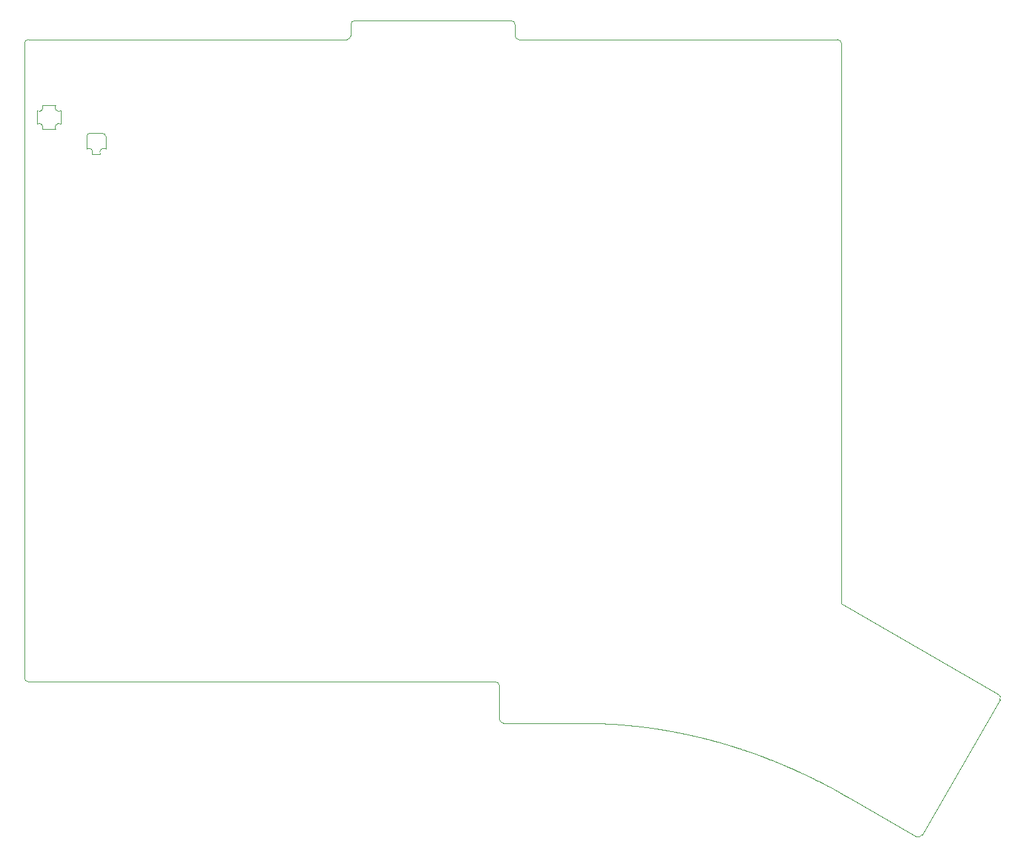
<source format=gbr>
%TF.GenerationSoftware,KiCad,Pcbnew,8.0.5*%
%TF.CreationDate,2024-12-10T18:47:19+08:00*%
%TF.ProjectId,pcb-left,7063622d-6c65-4667-942e-6b696361645f,0.32*%
%TF.SameCoordinates,Original*%
%TF.FileFunction,Profile,NP*%
%FSLAX46Y46*%
G04 Gerber Fmt 4.6, Leading zero omitted, Abs format (unit mm)*
G04 Created by KiCad (PCBNEW 8.0.5) date 2024-12-10 18:47:19*
%MOMM*%
%LPD*%
G01*
G04 APERTURE LIST*
%TA.AperFunction,Profile*%
%ADD10C,0.020000*%
%TD*%
%ADD11C,0.020000*%
%TA.AperFunction,Profile*%
%ADD12C,0.120000*%
%TD*%
G04 APERTURE END LIST*
D10*
X143197303Y-132821820D02*
X151857557Y-137821820D01*
X80022303Y-33428553D02*
X100022303Y-33428553D01*
D11*
X136767751Y-129505007D02*
X136829031Y-129533012D01*
X136890531Y-129561187D01*
X136952489Y-129589651D01*
X137015139Y-129618523D01*
X137078718Y-129647924D01*
X137143461Y-129677973D01*
X137209605Y-129708791D01*
X137277386Y-129740497D01*
X137347038Y-129773211D01*
X137418799Y-129807054D01*
X137492904Y-129842145D01*
X137569590Y-129878604D01*
X137649091Y-129916551D01*
X137731645Y-129956106D01*
X137817486Y-129997388D01*
X137906852Y-130040519D01*
X137999977Y-130085617D01*
X138097098Y-130132802D01*
X138198450Y-130182195D01*
X138304271Y-130233916D01*
X138414795Y-130288084D01*
X138530258Y-130344819D01*
X138650897Y-130404241D01*
X138776947Y-130466470D01*
X138908645Y-130531627D01*
X139046226Y-130599830D01*
X139189926Y-130671200D01*
X139339981Y-130745857D01*
X139496628Y-130823921D01*
X139660101Y-130905511D01*
X139830637Y-130990748D01*
X140008473Y-131079752D01*
X112655078Y-123407094D02*
X112722825Y-123411000D01*
X112790821Y-123414993D01*
X112859328Y-123419103D01*
X112928607Y-123423357D01*
X112998920Y-123427782D01*
X113070529Y-123432408D01*
X113143695Y-123437261D01*
X113218680Y-123442370D01*
X113295746Y-123447763D01*
X113375155Y-123453468D01*
X113457167Y-123459513D01*
X113542046Y-123465926D01*
X113630051Y-123472735D01*
X113721446Y-123479968D01*
X113816492Y-123487652D01*
X113915451Y-123495817D01*
X114018583Y-123504490D01*
X114126151Y-123513699D01*
X114238417Y-123523471D01*
X114355643Y-123533836D01*
X114478089Y-123544821D01*
X114606017Y-123556454D01*
X114739690Y-123568763D01*
X114879369Y-123581776D01*
X115025316Y-123595521D01*
X115177792Y-123610026D01*
X115337059Y-123625320D01*
X115503378Y-123641429D01*
X115677012Y-123658383D01*
X115858222Y-123676209D01*
X116047270Y-123694934D01*
X116244418Y-123714589D01*
D10*
X38272303Y-35853553D02*
X79022303Y-35853553D01*
D11*
X116244418Y-123714589D02*
X116311340Y-123722262D01*
X116378508Y-123730037D01*
X116446180Y-123737953D01*
X116514614Y-123746054D01*
X116584068Y-123754382D01*
X116654800Y-123762979D01*
X116727070Y-123771888D01*
X116801135Y-123781151D01*
X116877254Y-123790809D01*
X116955685Y-123800906D01*
X117036686Y-123811483D01*
X117120516Y-123822584D01*
X117207433Y-123834249D01*
X117297695Y-123846522D01*
X117391562Y-123859445D01*
X117489290Y-123873059D01*
X117591139Y-123887408D01*
X117697367Y-123902534D01*
X117808232Y-123918478D01*
X117923993Y-123935283D01*
X118044907Y-123952992D01*
X118171234Y-123971646D01*
X118303231Y-123991288D01*
X118441157Y-124011961D01*
X118585271Y-124033706D01*
X118735830Y-124056565D01*
X118893093Y-124080582D01*
X119057319Y-124105798D01*
X119228765Y-124132256D01*
X119407690Y-124159997D01*
X119594353Y-124189065D01*
X119789012Y-124219501D01*
D10*
X100022303Y-33428553D02*
G75*
G02*
X100522247Y-33928553I97J-499847D01*
G01*
D11*
X123286630Y-124915409D02*
X123351787Y-124930252D01*
X123417182Y-124945220D01*
X123483064Y-124960382D01*
X123549685Y-124975807D01*
X123617296Y-124991565D01*
X123686148Y-125007725D01*
X123756493Y-125024357D01*
X123828580Y-125041531D01*
X123902663Y-125059316D01*
X123978990Y-125077782D01*
X124057815Y-125096999D01*
X124139388Y-125117035D01*
X124223959Y-125137962D01*
X124311781Y-125159847D01*
X124403104Y-125182762D01*
X124498179Y-125206775D01*
X124597258Y-125231956D01*
X124700592Y-125258375D01*
X124808431Y-125286101D01*
X124921027Y-125315204D01*
X125038632Y-125345754D01*
X125161496Y-125377819D01*
X125289870Y-125411471D01*
X125424005Y-125446778D01*
X125564153Y-125483809D01*
X125710565Y-125522636D01*
X125863492Y-125563326D01*
X126023184Y-125605950D01*
X126189894Y-125650578D01*
X126363872Y-125697278D01*
X126545370Y-125746121D01*
X126734638Y-125797177D01*
D10*
X101022303Y-35853553D02*
G75*
G02*
X100522247Y-35353553I97J500153D01*
G01*
X37772303Y-36353553D02*
G75*
G02*
X38272303Y-35853603I499997J-47D01*
G01*
X79522303Y-33928553D02*
X79522303Y-35353553D01*
X38272303Y-118028553D02*
G75*
G02*
X37772247Y-117528553I97J500153D01*
G01*
X101022303Y-35853553D02*
X141772303Y-35853553D01*
D11*
X140008473Y-131079752D02*
X140068782Y-131110890D01*
X140129308Y-131142211D01*
X140190283Y-131173844D01*
X140251939Y-131205923D01*
X140314509Y-131238580D01*
X140378224Y-131271947D01*
X140443316Y-131306156D01*
X140510019Y-131341340D01*
X140578563Y-131377630D01*
X140649181Y-131415160D01*
X140722105Y-131454060D01*
X140797567Y-131494463D01*
X140875800Y-131536502D01*
X140957035Y-131580309D01*
X141041504Y-131626016D01*
X141129440Y-131673754D01*
X141221075Y-131723657D01*
X141316641Y-131775857D01*
X141416370Y-131830485D01*
X141520494Y-131887674D01*
X141629246Y-131947556D01*
X141742857Y-132010264D01*
X141861559Y-132075929D01*
X141985585Y-132144684D01*
X142115167Y-132216661D01*
X142250537Y-132291992D01*
X142391927Y-132370809D01*
X142539569Y-132453245D01*
X142693696Y-132539432D01*
X142854539Y-132629502D01*
X143022330Y-132723587D01*
X143197303Y-132821820D01*
X130131044Y-126859880D02*
X130194270Y-126881506D01*
X130257725Y-126903279D01*
X130321652Y-126925294D01*
X130386293Y-126947647D01*
X130451894Y-126970432D01*
X130518697Y-126993745D01*
X130586946Y-127017681D01*
X130656884Y-127042336D01*
X130728755Y-127067805D01*
X130802802Y-127094183D01*
X130879269Y-127121566D01*
X130958399Y-127150049D01*
X131040437Y-127179727D01*
X131125624Y-127210696D01*
X131214206Y-127243051D01*
X131306425Y-127276887D01*
X131402525Y-127312300D01*
X131502749Y-127349386D01*
X131607342Y-127388238D01*
X131716546Y-127428954D01*
X131830605Y-127471628D01*
X131949762Y-127516355D01*
X132074262Y-127563231D01*
X132204347Y-127612351D01*
X132340261Y-127663811D01*
X132482248Y-127717705D01*
X132630550Y-127774130D01*
X132785413Y-127833180D01*
X132947078Y-127894951D01*
X133115790Y-127959539D01*
X133291793Y-128027038D01*
X133475329Y-128097544D01*
D10*
X162357557Y-119635286D02*
G75*
G02*
X162540553Y-120318289I-250057J-433014D01*
G01*
D11*
X126734638Y-125797177D02*
X126798841Y-125815463D01*
X126863278Y-125833886D01*
X126928193Y-125852527D01*
X126993835Y-125871470D01*
X127060452Y-125890796D01*
X127128290Y-125910589D01*
X127197597Y-125930931D01*
X127268620Y-125951905D01*
X127341606Y-125973593D01*
X127416803Y-125996079D01*
X127494458Y-126019445D01*
X127574819Y-126043774D01*
X127658132Y-126069148D01*
X127744645Y-126095650D01*
X127834606Y-126123363D01*
X127928262Y-126152370D01*
X128025859Y-126182753D01*
X128127646Y-126214595D01*
X128233869Y-126247978D01*
X128344777Y-126282986D01*
X128460615Y-126319701D01*
X128581633Y-126358205D01*
X128708076Y-126398582D01*
X128840193Y-126440914D01*
X128978230Y-126485284D01*
X129122435Y-126531775D01*
X129273056Y-126580468D01*
X129430339Y-126631448D01*
X129594532Y-126684796D01*
X129765882Y-126740596D01*
X129944637Y-126798929D01*
X130131044Y-126859880D01*
D10*
X99022303Y-123303553D02*
X109022303Y-123303553D01*
X98022303Y-118028553D02*
G75*
G02*
X98522247Y-118528553I97J-499847D01*
G01*
X100522303Y-33928553D02*
X100522303Y-35353553D01*
X98522303Y-118528553D02*
X98522303Y-122803553D01*
X162357557Y-119635286D02*
X142272303Y-108039059D01*
X152540570Y-137638807D02*
X162540570Y-120318299D01*
X79522303Y-33928553D02*
G75*
G02*
X80022303Y-33428603I499997J-47D01*
G01*
X141772303Y-35853553D02*
G75*
G02*
X142272247Y-36353553I97J-499847D01*
G01*
X99022303Y-123303553D02*
G75*
G02*
X98522247Y-122803553I97J500153D01*
G01*
X152540570Y-137638807D02*
G75*
G02*
X151857569Y-137821799I-432970J249907D01*
G01*
X37772303Y-36353553D02*
X37772303Y-117528553D01*
D11*
X133475329Y-128097544D02*
X133537579Y-128122397D01*
X133600054Y-128147408D01*
X133662993Y-128172684D01*
X133726637Y-128198332D01*
X133791223Y-128224461D01*
X133856994Y-128251178D01*
X133924187Y-128278591D01*
X133993044Y-128306807D01*
X134063803Y-128335934D01*
X134136704Y-128366081D01*
X134211988Y-128397353D01*
X134289893Y-128429860D01*
X134370660Y-128463709D01*
X134454528Y-128499007D01*
X134541737Y-128535863D01*
X134632526Y-128574383D01*
X134727136Y-128614676D01*
X134825807Y-128656849D01*
X134928777Y-128701011D01*
X135036286Y-128747268D01*
X135148575Y-128795728D01*
X135265883Y-128846499D01*
X135388450Y-128899689D01*
X135516515Y-128955405D01*
X135650319Y-129013755D01*
X135790100Y-129074847D01*
X135936099Y-129138789D01*
X136088556Y-129205688D01*
X136247710Y-129275651D01*
X136413800Y-129348787D01*
X136587067Y-129425203D01*
X136767751Y-129505007D01*
D10*
X142272303Y-36353553D02*
X142272303Y-108039059D01*
D11*
X119789012Y-124219501D02*
X119855076Y-124230814D01*
X119921382Y-124242239D01*
X119988183Y-124253832D01*
X120055735Y-124265649D01*
X120124293Y-124277747D01*
X120194111Y-124290181D01*
X120265445Y-124303008D01*
X120338548Y-124316284D01*
X120413677Y-124330064D01*
X120491085Y-124344406D01*
X120571028Y-124359364D01*
X120653760Y-124374996D01*
X120739536Y-124391357D01*
X120828612Y-124408503D01*
X120921241Y-124426491D01*
X121017680Y-124445376D01*
X121118182Y-124465215D01*
X121223002Y-124486064D01*
X121332396Y-124507979D01*
X121446617Y-124531016D01*
X121565922Y-124555232D01*
X121690564Y-124580681D01*
X121820799Y-124607421D01*
X121956882Y-124635508D01*
X122099066Y-124664997D01*
X122247608Y-124695945D01*
X122402762Y-124728408D01*
X122564783Y-124762441D01*
X122733925Y-124798102D01*
X122910444Y-124835446D01*
X123094593Y-124874530D01*
X123286630Y-124915409D01*
X109022303Y-123303553D02*
X109090858Y-123303585D01*
X109159667Y-123303692D01*
X109228992Y-123303886D01*
X109299100Y-123304181D01*
X109370254Y-123304589D01*
X109442721Y-123305125D01*
X109516764Y-123305801D01*
X109592648Y-123306631D01*
X109670640Y-123307628D01*
X109751002Y-123308804D01*
X109834001Y-123310175D01*
X109919901Y-123311751D01*
X110008967Y-123313548D01*
X110101464Y-123315578D01*
X110197657Y-123317854D01*
X110297811Y-123320390D01*
X110402190Y-123323199D01*
X110511060Y-123326294D01*
X110624685Y-123329689D01*
X110743331Y-123333396D01*
X110867261Y-123337429D01*
X110996742Y-123341801D01*
X111132038Y-123346526D01*
X111273413Y-123351616D01*
X111421133Y-123357085D01*
X111575463Y-123362947D01*
X111736667Y-123369213D01*
X111905011Y-123375899D01*
X112080759Y-123383017D01*
X112264176Y-123390579D01*
X112455527Y-123398601D01*
X112655078Y-123407094D01*
D10*
X79522303Y-35353553D02*
G75*
G02*
X79022303Y-35853603I-500003J-47D01*
G01*
X38272303Y-118028553D02*
X98022303Y-118028553D01*
D12*
%TO.C,U1*%
X47466825Y-50524000D02*
X46425425Y-50524000D01*
X45739625Y-49838200D02*
X45739625Y-48238000D01*
X48152625Y-48238000D02*
X48152625Y-49838200D01*
X46120625Y-47857000D02*
X47771625Y-47857000D01*
X41751825Y-47349000D02*
X40075425Y-47349000D01*
X39389625Y-46663200D02*
X39389625Y-44986800D01*
X42437625Y-46663200D02*
X42437625Y-44986800D01*
X41751825Y-44301000D02*
X40075425Y-44301000D01*
X47466825Y-50524000D02*
G75*
G02*
X48152625Y-49838200I438047J247753D01*
G01*
X45739625Y-49838200D02*
G75*
G02*
X46425425Y-50524000I247753J-438047D01*
G01*
X45739625Y-48238000D02*
G75*
G02*
X46120625Y-47857000I380999J1D01*
G01*
X47771625Y-47857000D02*
G75*
G02*
X48152625Y-48238000I1J-380999D01*
G01*
X41751825Y-47349000D02*
G75*
G02*
X42437625Y-46663200I438047J247753D01*
G01*
X39389625Y-46663200D02*
G75*
G02*
X40075425Y-47349000I247753J-438047D01*
G01*
X42437625Y-44986800D02*
G75*
G02*
X41751825Y-44301000I-247753J438047D01*
G01*
X40075425Y-44301000D02*
G75*
G02*
X39389625Y-44986800I-438050J-247750D01*
G01*
%TD*%
M02*

</source>
